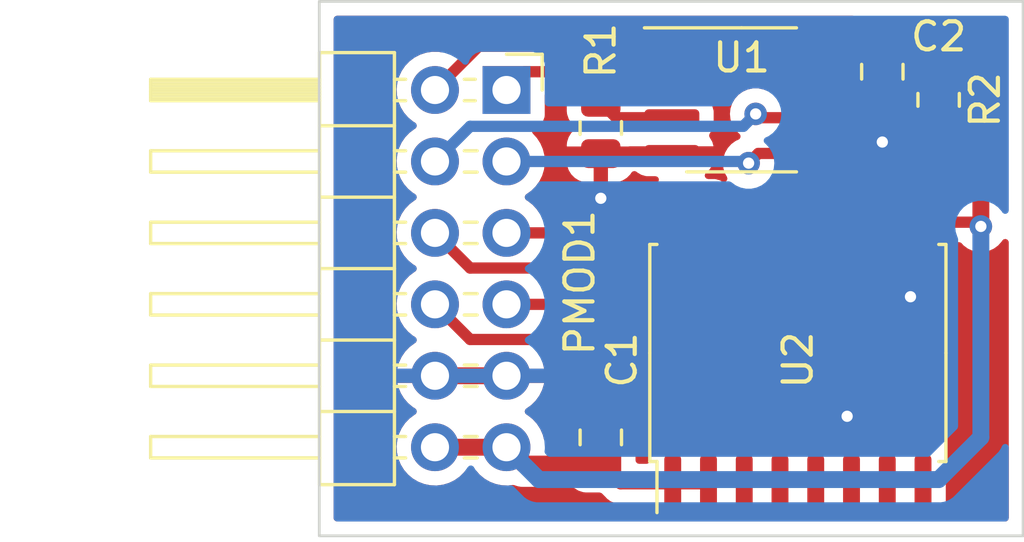
<source format=kicad_pcb>
(kicad_pcb (version 20211014) (generator pcbnew)
  (layers (0 "F.Cu" signal) (31 "B.Cu" signal) (34 "B.Paste" user) (35 "F.Paste" user) (36 "B.SilkS" user "B.Silkscreen") (37 "F.SilkS" user "F.Silkscreen") (38 "B.Mask" user) (39 "F.Mask" user) (44 "Edge.Cuts" user))
  (net 0 "")
  (net 1 "GND")
  (net 2 "Net-(R1-Pad1)")
  (net 3 "Net-(R2-Pad1)")
  (net 4 "/PM_NCS")
  (net 5 "/PM_MISO")
  (net 6 "/PM_MOSI")
  (net 7 "/PM_SCK")
  (net 8 "+3V3")
  (net 13 "/AT_NCS")
  (net 14 "/AT_MISO")
  (net 19 "/AT_MOSI")
  (net 20 "/AT_SCK")
  (footprint "Capacitor_SMD:C_0805_2012Metric" (layer "F.Cu") (at 158 94 -90)
    (fp_text reference "C2" (at -1.25 -2 180) (layer "F.SilkS"))
    (fp_text value "0.1u")
    (fp_line (start -0.261252 -0.735) (end 0.261252 -0.735) (layer "F.SilkS") (width 0.12))
    (fp_line (start -0.261252 0.735) (end 0.261252 0.735) (layer "F.SilkS") (width 0.12))
    (pad "1" smd roundrect (at -0.95 0 270) (size 1 1.45) (layers "F.Cu" "F.Paste" "F.Mask") (net 8 "+3V3"))
    (pad "2" smd roundrect (at 0.95 0 270) (size 1 1.45) (layers "F.Cu" "F.Paste" "F.Mask") (net 1 "GND"))
  )
  (footprint "Package_SO:SOIC-16W_7.5x10.3mm_P1.27mm" (layer "F.Cu") (at 155 104 90)
    (fp_text reference "U2" (at -0.25 0 90) (layer "F.SilkS"))
    (fp_text value "AT25DF641")
    (fp_line (start 0 5.26) (end 3.86 5.26) (layer "F.SilkS") (width 0.12))
    (fp_line (start -3.86 -5.005) (end -5.675 -5.005) (layer "F.SilkS") (width 0.12))
    (fp_line (start 0 -5.26) (end 3.86 -5.26) (layer "F.SilkS") (width 0.12))
    (fp_line (start 3.86 5.26) (end 3.86 5.005) (layer "F.SilkS") (width 0.12))
    (fp_line (start -3.86 5.26) (end -3.86 5.005) (layer "F.SilkS") (width 0.12))
    (fp_line (start -3.86 -5.26) (end -3.86 -5.005) (layer "F.SilkS") (width 0.12))
    (fp_line (start 0 -5.26) (end -3.86 -5.26) (layer "F.SilkS") (width 0.12))
    (fp_line (start 3.86 -5.26) (end 3.86 -5.005) (layer "F.SilkS") (width 0.12))
    (fp_line (start 0 5.26) (end -3.86 5.26) (layer "F.SilkS") (width 0.12))
    (pad "1" smd roundrect (at -4.65 -4.445 90) (size 2.05 0.6) (layers "F.Cu" "F.Paste" "F.Mask") (net 8 "+3V3"))
    (pad "2" smd roundrect (at -4.65 -3.175 90) (size 2.05 0.6) (layers "F.Cu" "F.Paste" "F.Mask") (net 8 "+3V3"))
    (pad "3" smd roundrect (at -4.65 -1.905 90) (size 2.05 0.6) (layers "F.Cu" "F.Paste" "F.Mask"))
    (pad "4" smd roundrect (at -4.65 -0.635 90) (size 2.05 0.6) (layers "F.Cu" "F.Paste" "F.Mask"))
    (pad "5" smd roundrect (at -4.65 0.635 90) (size 2.05 0.6) (layers "F.Cu" "F.Paste" "F.Mask"))
    (pad "6" smd roundrect (at -4.65 1.905 90) (size 2.05 0.6) (layers "F.Cu" "F.Paste" "F.Mask"))
    (pad "7" smd roundrect (at -4.65 3.175 90) (size 2.05 0.6) (layers "F.Cu" "F.Paste" "F.Mask") (net 13 "/AT_NCS"))
    (pad "8" smd roundrect (at -4.65 4.445 90) (size 2.05 0.6) (layers "F.Cu" "F.Paste" "F.Mask") (net 14 "/AT_MISO"))
    (pad "9" smd roundrect (at 4.65 4.445 90) (size 2.05 0.6) (layers "F.Cu" "F.Paste" "F.Mask") (net 8 "+3V3"))
    (pad "10" smd roundrect (at 4.65 3.175 90) (size 2.05 0.6) (layers "F.Cu" "F.Paste" "F.Mask") (net 1 "GND"))
    (pad "11" smd roundrect (at 4.65 1.905 90) (size 2.05 0.6) (layers "F.Cu" "F.Paste" "F.Mask"))
    (pad "12" smd roundrect (at 4.65 0.635 90) (size 2.05 0.6) (layers "F.Cu" "F.Paste" "F.Mask"))
    (pad "13" smd roundrect (at 4.65 -0.635 90) (size 2.05 0.6) (layers "F.Cu" "F.Paste" "F.Mask"))
    (pad "14" smd roundrect (at 4.65 -1.905 90) (size 2.05 0.6) (layers "F.Cu" "F.Paste" "F.Mask"))
    (pad "15" smd roundrect (at 4.65 -3.175 90) (size 2.05 0.6) (layers "F.Cu" "F.Paste" "F.Mask") (net 19 "/AT_MOSI"))
    (pad "16" smd roundrect (at 4.65 -4.445 90) (size 2.05 0.6) (layers "F.Cu" "F.Paste" "F.Mask") (net 20 "/AT_SCK"))
  )
  (footprint "Resistor_SMD:R_0805_2012Metric" (layer "F.Cu") (at 160 95 -90)
    (fp_text reference "R2" (at 0 -1.65 90) (layer "F.SilkS"))
    (fp_text value "1k")
    (fp_line (start -0.227064 0.735) (end 0.227064 0.735) (layer "F.SilkS") (width 0.12))
    (fp_line (start -0.227064 -0.735) (end 0.227064 -0.735) (layer "F.SilkS") (width 0.12))
    (pad "1" smd roundrect (at -0.9125 0 270) (size 1.025 1.4) (layers "F.Cu" "F.Paste" "F.Mask") (roundrect_rratio 0.243902439) (net 3 "Net-(R2-Pad1)"))
    (pad "2" smd roundrect (at 0.9125 0 270) (size 1.025 1.4) (layers "F.Cu" "F.Paste" "F.Mask") (roundrect_rratio 0.243902439) (net 1 "GND"))
  )
  (footprint "Capacitor_SMD:C_0805_2012Metric" (layer "F.Cu") (at 148 107 90)
    (fp_text reference "C1" (at 2.75 0.75 90) (layer "F.SilkS"))
    (fp_text value "0.1u")
    (fp_line (start -0.261252 0.735) (end 0.261252 0.735) (layer "F.SilkS") (width 0.12))
    (fp_line (start -0.261252 -0.735) (end 0.261252 -0.735) (layer "F.SilkS") (width 0.12))
    (pad "1" smd roundrect (at -0.95 0 90) (size 1 1.45) (layers "F.Cu" "F.Paste" "F.Mask") (net 8 "+3V3"))
    (pad "2" smd roundrect (at 0.95 0 90) (size 1 1.45) (layers "F.Cu" "F.Paste" "F.Mask") (net 1 "GND"))
  )
  (footprint "pmod-conn_6x2:pmod_6x2_pin" (layer "F.Cu") (at 144.65 94.65)
    (fp_text reference "PMOD1" (at 2.6 6.85 90 unlocked) (layer "F.SilkS"))
    (fp_text value "PMOD-Device-x2-Type-1A-GPIO")
    (fp_line (start -12.64 2.92) (end -6.64 2.92) (layer "F.SilkS") (width 0.12))
    (fp_line (start -3.582929 12.32) (end -3.98 12.32) (layer "F.SilkS") (width 0.12))
    (fp_line (start -6.64 7.24) (end -12.64 7.24) (layer "F.SilkS") (width 0.12))
    (fp_line (start -3.582929 2.16) (end -3.98 2.16) (layer "F.SilkS") (width 0.12))
    (fp_line (start 1.27 -1.27) (end 0 -1.27) (layer "F.SilkS") (width 0.12))
    (fp_line (start -3.582929 5.46) (end -3.98 5.46) (layer "F.SilkS") (width 0.12))
    (fp_line (start -1.042929 13.08) (end -1.497071 13.08) (layer "F.SilkS") (width 0.12))
    (fp_line (start -1.042929 12.32) (end -1.497071 12.32) (layer "F.SilkS") (width 0.12))
    (fp_line (start -1.042929 5.46) (end -1.497071 5.46) (layer "F.SilkS") (width 0.12))
    (fp_line (start -6.64 9.78) (end -12.64 9.78) (layer "F.SilkS") (width 0.12))
    (fp_line (start -1.042929 7.24) (end -1.497071 7.24) (layer "F.SilkS") (width 0.12))
    (fp_line (start -6.64 14.03) (end -6.64 -1.33) (layer "F.SilkS") (width 0.12))
    (fp_line (start -3.582929 2.92) (end -3.98 2.92) (layer "F.SilkS") (width 0.12))
    (fp_line (start -1.042929 9.78) (end -1.497071 9.78) (layer "F.SilkS") (width 0.12))
    (fp_line (start -12.64 7.24) (end -12.64 8) (layer "F.SilkS") (width 0.12))
    (fp_line (start -6.64 2.16) (end -12.64 2.16) (layer "F.SilkS") (width 0.12))
    (fp_line (start -12.64 8) (end -6.64 8) (layer "F.SilkS") (width 0.12))
    (fp_line (start -3.582929 7.24) (end -3.98 7.24) (layer "F.SilkS") (width 0.12))
    (fp_line (start -6.64 0.28) (end -12.64 0.28) (layer "F.SilkS") (width 0.12))
    (fp_line (start -3.98 11.43) (end -6.64 11.43) (layer "F.SilkS") (width 0.12))
    (fp_line (start -1.042929 2.16) (end -1.497071 2.16) (layer "F.SilkS") (width 0.12))
    (fp_line (start -6.64 -0.32) (end -12.64 -0.32) (layer "F.SilkS") (width 0.12))
    (fp_line (start -3.582929 8) (end -3.98 8) (layer "F.SilkS") (width 0.12))
    (fp_line (start -3.582929 4.7) (end -3.98 4.7) (layer "F.SilkS") (width 0.12))
    (fp_line (start -12.64 2.16) (end -12.64 2.92) (layer "F.SilkS") (width 0.12))
    (fp_line (start -3.582929 10.54) (end -3.98 10.54) (layer "F.SilkS") (width 0.12))
    (fp_line (start -6.64 -0.2) (end -12.64 -0.2) (layer "F.SilkS") (width 0.12))
    (fp_line (start -12.64 0.38) (end -6.64 0.38) (layer "F.SilkS") (width 0.12))
    (fp_line (start -1.042929 8) (end -1.497071 8) (layer "F.SilkS") (width 0.12))
    (fp_line (start -1.11 -0.38) (end -1.497071 -0.38) (layer "F.SilkS") (width 0.12))
    (fp_line (start -1.042929 4.7) (end -1.497071 4.7) (layer "F.SilkS") (width 0.12))
    (fp_line (start -1.042929 2.92) (end -1.497071 2.92) (layer "F.SilkS") (width 0.12))
    (fp_line (start -12.64 9.78) (end -12.64 10.54) (layer "F.SilkS") (width 0.12))
    (fp_line (start -6.64 4.7) (end -12.64 4.7) (layer "F.SilkS") (width 0.12))
    (fp_line (start -6.64 0.04) (end -12.64 0.04) (layer "F.SilkS") (width 0.12))
    (fp_line (start -3.98 3.81) (end -6.64 3.81) (layer "F.SilkS") (width 0.12))
    (fp_line (start -12.64 12.32) (end -12.64 13.08) (layer "F.SilkS") (width 0.12))
    (fp_line (start -1.042929 10.54) (end -1.497071 10.54) (layer "F.SilkS") (width 0.12))
    (fp_line (start -3.98 -1.33) (end -3.98 14.03) (layer "F.SilkS") (width 0.12))
    (fp_line (start -12.64 10.54) (end -6.64 10.54) (layer "F.SilkS") (width 0.12))
    (fp_line (start -6.64 12.32) (end -12.64 12.32) (layer "F.SilkS") (width 0.12))
    (fp_line (start -3.98 1.27) (end -6.64 1.27) (layer "F.SilkS") (width 0.12))
    (fp_line (start -3.582929 0.38) (end -3.98 0.38) (layer "F.SilkS") (width 0.12))
    (fp_line (start -3.98 6.35) (end -6.64 6.35) (layer "F.SilkS") (width 0.12))
    (fp_line (start 1.27 0) (end 1.27 -1.27) (layer "F.SilkS") (width 0.12))
    (fp_line (start -3.582929 -0.38) (end -3.98 -0.38) (layer "F.SilkS") (width 0.12))
    (fp_line (start -3.98 8.89) (end -6.64 8.89) (layer "F.SilkS") (width 0.12))
    (fp_line (start -3.582929 13.08) (end -3.98 13.08) (layer "F.SilkS") (width 0.12))
    (fp_line (start -12.64 -0.38) (end -12.64 0.38) (layer "F.SilkS") (width 0.12))
    (fp_line (start -3.98 14.03) (end -6.64 14.03) (layer "F.SilkS") (width 0.12))
    (fp_line (start -12.64 5.46) (end -6.64 5.46) (layer "F.SilkS") (width 0.12))
    (fp_line (start -12.64 4.7) (end -12.64 5.46) (layer "F.SilkS") (width 0.12))
    (fp_line (start -6.64 -0.08) (end -12.64 -0.08) (layer "F.SilkS") (width 0.12))
    (fp_line (start -6.64 0.16) (end -12.64 0.16) (layer "F.SilkS") (width 0.12))
    (fp_line (start -6.64 -0.38) (end -12.64 -0.38) (layer "F.SilkS") (width 0.12))
    (fp_line (start -12.64 13.08) (end -6.64 13.08) (layer "F.SilkS") (width 0.12))
    (fp_line (start -6.64 -1.33) (end -3.98 -1.33) (layer "F.SilkS") (width 0.12))
    (fp_line (start -1.11 0.38) (end -1.497071 0.38) (layer "F.SilkS") (width 0.12))
    (fp_line (start -3.582929 9.78) (end -3.98 9.78) (layer "F.SilkS") (width 0.12))
    (pad "1" thru_hole rect (at 0 0) (size 1.7 1.7) (drill 1) (layers *.Cu *.Mask) (net 5 "/PM_MISO"))
    (pad "2" thru_hole oval (at 0 2.54) (size 1.7 1.7) (drill 1) (layers *.Cu *.Mask) (net 6 "/PM_MOSI"))
    (pad "3" thru_hole oval (at 0 5.08) (size 1.7 1.7) (drill 1) (layers *.Cu *.Mask) (net 20 "/AT_SCK"))
    (pad "4" thru_hole oval (at 0 7.62) (size 1.7 1.7) (drill 1) (layers *.Cu *.Mask) (net 14 "/AT_MISO"))
    (pad "5" thru_hole oval (at 0 10.16) (size 1.7 1.7) (drill 1) (layers *.Cu *.Mask) (net 1 "GND"))
    (pad "6" thru_hole oval (at 0 12.7) (size 1.7 1.7) (drill 1) (layers *.Cu *.Mask) (net 8 "+3V3"))
    (pad "7" thru_hole oval (at -2.54 0) (size 1.7 1.7) (drill 1) (layers *.Cu *.Mask) (net 4 "/PM_NCS"))
    (pad "8" thru_hole oval (at -2.54 2.54) (size 1.7 1.7) (drill 1) (layers *.Cu *.Mask) (net 7 "/PM_SCK"))
    (pad "9" thru_hole oval (at -2.54 5.08) (size 1.7 1.7) (drill 1) (layers *.Cu *.Mask) (net 19 "/AT_MOSI"))
    (pad "10" thru_hole oval (at -2.54 7.62) (size 1.7 1.7) (drill 1) (layers *.Cu *.Mask) (net 13 "/AT_NCS"))
    (pad "11" thru_hole oval (at -2.54 10.16) (size 1.7 1.7) (drill 1) (layers *.Cu *.Mask) (net 1 "GND"))
    (pad "12" thru_hole oval (at -2.54 12.7) (size 1.7 1.7) (drill 1) (layers *.Cu *.Mask) (net 8 "+3V3"))
  )
  (footprint "Resistor_SMD:R_0805_2012Metric" (layer "F.Cu") (at 148 96 -90)
    (fp_text reference "R1" (at -2.75 0 90) (layer "F.SilkS"))
    (fp_text value "1k")
    (fp_line (start -0.227064 -0.735) (end 0.227064 -0.735) (layer "F.SilkS") (width 0.12))
    (fp_line (start -0.227064 0.735) (end 0.227064 0.735) (layer "F.SilkS") (width 0.12))
    (pad "1" smd roundrect (at -0.9125 0 270) (size 1.025 1.4) (layers "F.Cu" "F.Paste" "F.Mask") (roundrect_rratio 0.243902439) (net 2 "Net-(R1-Pad1)"))
    (pad "2" smd roundrect (at 0.9125 0 270) (size 1.025 1.4) (layers "F.Cu" "F.Paste" "F.Mask") (roundrect_rratio 0.243902439) (net 1 "GND"))
  )
  (footprint "Package_SO:SOIC-8_3.9x4.9mm_P1.27mm" (layer "F.Cu") (at 153 95)
    (fp_text reference "U1" (at 0 -1.5) (layer "F.SilkS"))
    (fp_text value "PM002MNIA")
    (fp_line (start 0 -2.56) (end 1.95 -2.56) (layer "F.SilkS") (width 0.12))
    (fp_line (start 0 -2.56) (end -3.45 -2.56) (layer "F.SilkS") (width 0.12))
    (fp_line (start 0 2.56) (end 1.95 2.56) (layer "F.SilkS") (width 0.12))
    (fp_line (start 0 2.56) (end -1.95 2.56) (layer "F.SilkS") (width 0.12))
    (pad "1" smd roundrect (at -2.475 -1.905) (size 1.95 0.6) (layers "F.Cu" "F.Paste" "F.Mask") (net 4 "/PM_NCS"))
    (pad "2" smd roundrect (at -2.475 -0.635) (size 1.95 0.6) (layers "F.Cu" "F.Paste" "F.Mask") (net 5 "/PM_MISO"))
    (pad "3" smd roundrect (at -2.475 0.635) (size 1.95 0.6) (layers "F.Cu" "F.Paste" "F.Mask") (net 2 "Net-(R1-Pad1)"))
    (pad "4" smd roundrect (at -2.475 1.905) (size 1.95 0.6) (layers "F.Cu" "F.Paste" "F.Mask") (net 1 "GND"))
    (pad "5" smd roundrect (at 2.475 1.905) (size 1.95 0.6) (layers "F.Cu" "F.Paste" "F.Mask") (net 6 "/PM_MOSI"))
    (pad "6" smd roundrect (at 2.475 0.635) (size 1.95 0.6) (layers "F.Cu" "F.Paste" "F.Mask") (net 7 "/PM_SCK"))
    (pad "7" smd roundrect (at 2.475 -0.635) (size 1.95 0.6) (layers "F.Cu" "F.Paste" "F.Mask") (net 3 "Net-(R2-Pad1)"))
    (pad "8" smd roundrect (at 2.475 -1.905) (size 1.95 0.6) (layers "F.Cu" "F.Paste" "F.Mask") (net 8 "+3V3"))
  )
  (gr_rect (start 138 91.5) (end 163 110.5) (layer "Edge.Cuts") (width 0.1) (fill none))
  (segment (start 150.525 96.905) (end 148.0075 96.905) (width 0.4) (layer "F.Cu") (net 1))
  (segment (start 158.175 99.35) (end 158.175 101.175) (width 0.4) (layer "F.Cu") (net 1))
  (segment (start 158.175 101.175) (end 159 102) (width 0.4) (layer "F.Cu") (net 1))
  (segment (start 142.11 104.81) (end 144.65 104.81) (width 0.6) (layer "F.Cu") (net 1))
  (segment (start 158 94.95) (end 158 96.5) (width 0.6) (layer "F.Cu") (net 1))
  (segment (start 148 96.9125) (end 148 98.5) (width 0.4) (layer "F.Cu") (net 1))
  (segment (start 148.0075 96.905) (end 148 96.9125) (width 0.4) (layer "F.Cu") (net 1))
  (via (at 148 98.5) (size 0.8) (drill 0.4) (layers "F.Cu" "B.Cu") (net 1))
  (via (at 159 102) (size 0.8) (drill 0.4) (layers "F.Cu" "B.Cu") (net 1))
  (via (at 158 96.5) (size 0.8) (drill 0.4) (layers "F.Cu" "B.Cu") (net 1))
  (via (at 156.75 106.25) (size 0.8) (drill 0.4) (layers "F.Cu" "B.Cu") (net 1))
  (segment (start 148.5475 95.635) (end 148 95.0875) (width 0.4) (layer "F.Cu") (net 2))
  (segment (start 150.525 95.635) (end 148.5475 95.635) (width 0.4) (layer "F.Cu") (net 2))
  (segment (start 159.9125 94) (end 160 94.0875) (width 0.4) (layer "F.Cu") (net 3))
  (segment (start 157 94) (end 159.9125 94) (width 0.4) (layer "F.Cu") (net 3))
  (segment (start 156.635 94.365) (end 157 94) (width 0.4) (layer "F.Cu") (net 3))
  (segment (start 155.475 94.365) (end 156.635 94.365) (width 0.4) (layer "F.Cu") (net 3))
  (segment (start 143.665 93.095) (end 142.11 94.65) (width 0.4) (layer "F.Cu") (net 4))
  (segment (start 150.525 93.095) (end 143.665 93.095) (width 0.4) (layer "F.Cu") (net 4))
  (segment (start 149 94) (end 145.3 94) (width 0.4) (layer "F.Cu") (net 5))
  (segment (start 145.3 94) (end 144.65 94.65) (width 0.4) (layer "F.Cu") (net 5))
  (segment (start 149.365 94.365) (end 149 94) (width 0.4) (layer "F.Cu") (net 5))
  (segment (start 150.525 94.365) (end 149.365 94.365) (width 0.4) (layer "F.Cu") (net 5))
  (segment (start 153.25 97.25) (end 153.595 96.905) (width 0.4) (layer "F.Cu") (net 6))
  (segment (start 153.595 96.905) (end 155.475 96.905) (width 0.4) (layer "F.Cu") (net 6))
  (via (at 153.25 97.25) (size 0.8) (drill 0.4) (layers "F.Cu" "B.Cu") (net 6))
  (segment (start 153.19 97.19) (end 144.65 97.19) (width 0.4) (layer "B.Cu") (net 6))
  (segment (start 153.25 97.25) (end 153.19 97.19) (width 0.4) (layer "B.Cu") (net 6))
  (segment (start 155.475 95.635) (end 153.635 95.635) (width 0.4) (layer "F.Cu") (net 7))
  (segment (start 153.635 95.635) (end 153.5 95.5) (width 0.4) (layer "F.Cu") (net 7))
  (via (at 153.5 95.5) (size 0.8) (drill 0.4) (layers "F.Cu" "B.Cu") (net 7))
  (segment (start 142.11 97.19) (end 143.359511 95.940489) (width 0.4) (layer "B.Cu") (net 7))
  (segment (start 153.059511 95.940489) (end 153.5 95.5) (width 0.4) (layer "B.Cu") (net 7))
  (segment (start 143.359511 95.940489) (end 153.059511 95.940489) (width 0.4) (layer "B.Cu") (net 7))
  (segment (start 155.475 93.095) (end 157.955 93.095) (width 0.4) (layer "F.Cu") (net 8))
  (segment (start 145.25 107.95) (end 144.65 107.35) (width 0.6) (layer "F.Cu") (net 8))
  (segment (start 150.555 108.65) (end 148.7 108.65) (width 0.4) (layer "F.Cu") (net 8))
  (segment (start 160.734981 93.05) (end 161.5 93.815019) (width 0.6) (layer "F.Cu") (net 8))
  (segment (start 151.825 108.65) (end 150.555 108.65) (width 0.4) (layer "F.Cu") (net 8))
  (segment (start 148 107.95) (end 145.25 107.95) (width 0.6) (layer "F.Cu") (net 8))
  (segment (start 157.955 93.095) (end 158 93.05) (width 0.4) (layer "F.Cu") (net 8))
  (segment (start 161.5 93.815019) (end 161.5 99.5) (width 0.6) (layer "F.Cu") (net 8))
  (segment (start 148.7 108.65) (end 148 107.95) (width 0.4) (layer "F.Cu") (net 8))
  (segment (start 142.11 107.35) (end 144.65 107.35) (width 0.6) (layer "F.Cu") (net 8))
  (segment (start 159.445 99.35) (end 161.35 99.35) (width 0.4) (layer "F.Cu") (net 8))
  (segment (start 161.35 99.35) (end 161.5 99.5) (width 0.4) (layer "F.Cu") (net 8))
  (segment (start 158 93.05) (end 160.734981 93.05) (width 0.6) (layer "F.Cu") (net 8))
  (via (at 161.5 99.5) (size 0.8) (drill 0.4) (layers "F.Cu" "B.Cu") (net 8))
  (segment (start 145.8 108.5) (end 144.65 107.35) (width 0.6) (layer "B.Cu") (net 8))
  (segment (start 160 108.5) (end 145.8 108.5) (width 0.6) (layer "B.Cu") (net 8))
  (segment (start 161.5 99.5) (end 161.5 107) (width 0.6) (layer "B.Cu") (net 8))
  (segment (start 161.5 107) (end 160 108.5) (width 0.6) (layer "B.Cu") (net 8))
  (segment (start 143.359511 103.519511) (end 156.269511 103.519511) (width 0.4) (layer "F.Cu") (net 13))
  (segment (start 142.11 102.27) (end 143.359511 103.519511) (width 0.4) (layer "F.Cu") (net 13))
  (segment (start 158.25 108.575) (end 158.175 108.65) (width 0.4) (layer "F.Cu") (net 13))
  (segment (start 158.25 105.5) (end 158.25 108.575) (width 0.4) (layer "F.Cu") (net 13))
  (segment (start 156.269511 103.519511) (end 158.25 105.5) (width 0.4) (layer "F.Cu") (net 13))
  (segment (start 159.5 104.75) (end 159.5 108.595) (width 0.4) (layer "F.Cu") (net 14))
  (segment (start 144.65 102.27) (end 157.02 102.27) (width 0.4) (layer "F.Cu") (net 14))
  (segment (start 159.5 108.595) (end 159.445 108.65) (width 0.4) (layer "F.Cu") (net 14))
  (segment (start 157.02 102.27) (end 159.5 104.75) (width 0.4) (layer "F.Cu") (net 14))
  (segment (start 151.825 100.175) (end 151.020489 100.979511) (width 0.4) (layer "F.Cu") (net 19))
  (segment (start 151.020489 100.979511) (end 143.359511 100.979511) (width 0.4) (layer "F.Cu") (net 19))
  (segment (start 143.359511 100.979511) (end 142.11 99.73) (width 0.4) (layer "F.Cu") (net 19))
  (segment (start 151.825 99.35) (end 151.825 100.175) (width 0.4) (layer "F.Cu") (net 19))
  (segment (start 144.65 99.73) (end 150.175 99.73) (width 0.4) (layer "F.Cu") (net 20))
  (segment (start 150.175 99.73) (end 150.555 99.35) (width 0.4) (layer "F.Cu") (net 20))
  (zone (net 1) (net_name "GND") (layer "F.Cu") (connect_pads (clearance 0.508)) (min_thickness 0.254) (fill yes (thermal_gap 0.508) (thermal_bridge_width 0.508))
    (polygon (pts (xy 163 110.5) (xy 138 110.5) (xy 138 91.5) (xy 163 91.5)))
  )
  (zone (net 1) (net_name "GND") (layer "B.Cu") (connect_pads (clearance 0.508)) (min_thickness 0.254) (fill yes (thermal_gap 0.508) (thermal_bridge_width 0.508))
    (polygon (pts (xy 163 110.5) (xy 138 110.5) (xy 138 91.5) (xy 163 91.5)))
  )
)
</source>
